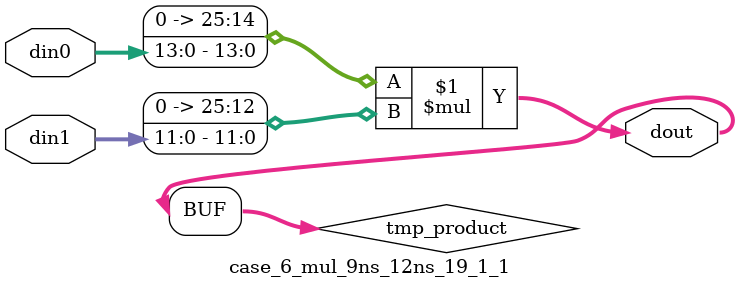
<source format=v>

`timescale 1 ns / 1 ps

 (* use_dsp = "no" *)  module case_6_mul_9ns_12ns_19_1_1(din0, din1, dout);
parameter ID = 1;
parameter NUM_STAGE = 0;
parameter din0_WIDTH = 14;
parameter din1_WIDTH = 12;
parameter dout_WIDTH = 26;

input [din0_WIDTH - 1 : 0] din0; 
input [din1_WIDTH - 1 : 0] din1; 
output [dout_WIDTH - 1 : 0] dout;

wire signed [dout_WIDTH - 1 : 0] tmp_product;
























assign tmp_product = $signed({1'b0, din0}) * $signed({1'b0, din1});











assign dout = tmp_product;





















endmodule

</source>
